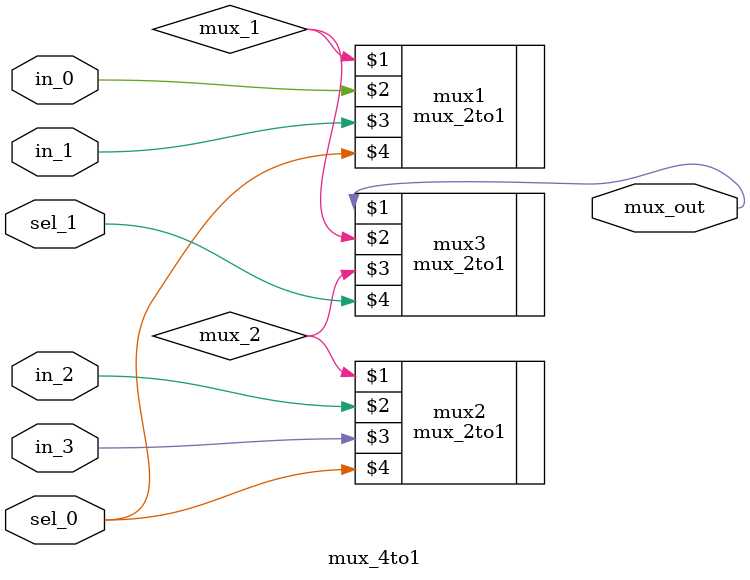
<source format=v>
`include "mux_21.v"

module mux_4to1(mux_out, in_0, in_1, in_2, in_3, sel_0, sel_1);
    input in_0, in_1, in_2, in_3, sel_0, sel_1;
    output mux_out;
    wire mux_1, mux_2;


    mux_2to1 mux1(mux_1, in_0, in_1, sel_0);
    mux_2to1 mux2(mux_2, in_2, in_3, sel_0);
    mux_2to1 mux3(mux_out, mux_1, mux_2, sel_1);
    
endmodule
</source>
